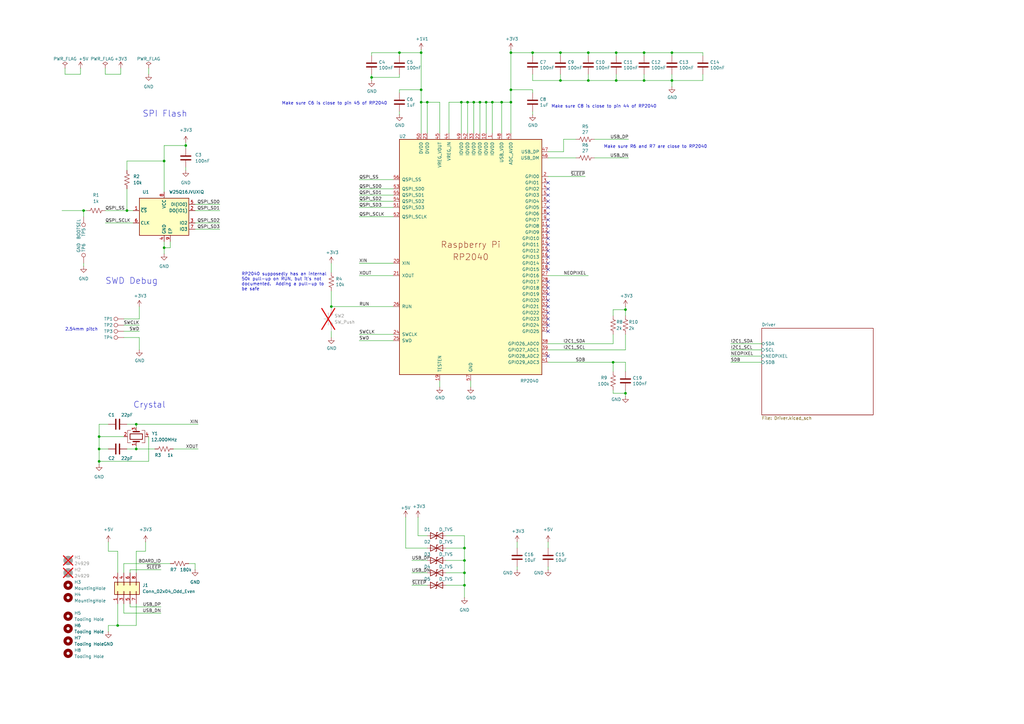
<source format=kicad_sch>
(kicad_sch (version 20231120) (generator "eeschema") (generator_version "8.0")
  (paper "A3")
  (title_block (title "LED Matrix Input Module") (date "2022-12-18") (company "Framework Computer Inc") (comment 1 "This work is licensed under a Creative Commons Attribution 4.0 International License") (comment 2 "https://github.com/FrameworkComputer/InputModules") (comment 3 "https://frame.work"))
  (junction (at 218.44 21.59))
  (junction (at 209.55 36.83))
  (junction (at 256.54 161.29))
  (junction (at 172.72 21.59))
  (junction (at 190.5 240.03))
  (junction (at 52.07 86.36))
  (junction (at 67.31 101.6))
  (junction (at 175.26 41.91))
  (junction (at 67.31 66.04))
  (junction (at 40.64 184.15))
  (junction (at 252.73 21.59))
  (junction (at 189.23 41.91))
  (junction (at 172.72 36.83))
  (junction (at 135.89 125.73))
  (junction (at 40.64 179.07))
  (junction (at 264.16 21.59))
  (junction (at 55.88 184.15))
  (junction (at 205.74 41.91))
  (junction (at 264.16 33.02))
  (junction (at 191.77 41.91))
  (junction (at 256.54 127))
  (junction (at 275.59 33.02))
  (junction (at 196.85 41.91))
  (junction (at 40.64 189.23))
  (junction (at 229.87 33.02))
  (junction (at 190.5 229.87))
  (junction (at 190.5 234.95))
  (junction (at 209.55 41.91))
  (junction (at 241.3 33.02))
  (junction (at 252.73 33.02))
  (junction (at 55.88 173.99))
  (junction (at 199.39 41.91))
  (junction (at 275.59 21.59))
  (junction (at 190.5 224.79))
  (junction (at 172.72 41.91))
  (junction (at 201.93 41.91))
  (junction (at 163.83 21.59))
  (junction (at 209.55 21.59))
  (junction (at 48.26 256.54))
  (junction (at 229.87 21.59))
  (junction (at 34.29 86.36))
  (junction (at 194.31 41.91))
  (junction (at 152.4 31.75))
  (junction (at 241.3 21.59))
  (junction (at 251.46 148.59))
  (junction (at 76.2 59.69))
  (no_connect (at 224.79 110.49))
  (no_connect (at 224.79 120.65))
  (no_connect (at 224.79 90.17))
  (no_connect (at 224.79 97.79))
  (no_connect (at 224.79 82.55))
  (no_connect (at 224.79 115.57))
  (no_connect (at 224.79 128.27))
  (no_connect (at 224.79 135.89))
  (no_connect (at 224.79 100.33))
  (no_connect (at 224.79 118.11))
  (no_connect (at 224.79 107.95))
  (no_connect (at 224.79 74.93))
  (no_connect (at 224.79 133.35))
  (no_connect (at 224.79 85.09))
  (no_connect (at 224.79 123.19))
  (no_connect (at 224.79 77.47))
  (no_connect (at 224.79 105.41))
  (no_connect (at 224.79 130.81))
  (no_connect (at 224.79 95.25))
  (no_connect (at 224.79 102.87))
  (no_connect (at 224.79 92.71))
  (no_connect (at 224.79 80.01))
  (no_connect (at 224.79 125.73))
  (no_connect (at 224.79 87.63))
  (no_connect (at 224.79 146.05))
  (wire (pts (xy 275.59 30.48) (xy 275.59 33.02)))
  (wire (pts (xy 55.88 256.54) (xy 48.26 256.54)))
  (wire (pts (xy 163.83 38.1) (xy 163.83 36.83)))
  (wire (pts (xy 44.45 173.99) (xy 40.64 173.99)))
  (wire (pts (xy 182.88 234.95) (xy 190.5 234.95)))
  (wire (pts (xy 80.01 231.14) (xy 80.01 233.68)))
  (wire (pts (xy 168.91 240.03) (xy 175.26 240.03)))
  (wire (pts (xy 229.87 33.02) (xy 218.44 33.02)))
  (wire (pts (xy 80.01 93.98) (xy 90.17 93.98)))
  (wire (pts (xy 80.01 86.36) (xy 90.17 86.36)))
  (wire (pts (xy 40.64 173.99) (xy 40.64 179.07)))
  (wire (pts (xy 251.46 129.54) (xy 251.46 127)))
  (wire (pts (xy 288.29 30.48) (xy 288.29 33.02)))
  (wire (pts (xy 147.32 107.95) (xy 161.29 107.95)))
  (wire (pts (xy 33.02 30.48) (xy 26.67 30.48)))
  (wire (pts (xy 241.3 21.59) (xy 252.73 21.59)))
  (wire (pts (xy 57.15 138.43) (xy 57.15 143.51)))
  (wire (pts (xy 224.79 62.23) (xy 231.14 62.23)))
  (wire (pts (xy 33.02 27.94) (xy 33.02 30.48)))
  (wire (pts (xy 163.83 31.75) (xy 163.83 30.48)))
  (wire (pts (xy 172.72 36.83) (xy 172.72 41.91)))
  (wire (pts (xy 163.83 21.59) (xy 172.72 21.59)))
  (wire (pts (xy 224.79 143.51) (xy 256.54 143.51)))
  (wire (pts (xy 224.79 72.39) (xy 240.03 72.39)))
  (wire (pts (xy 60.96 27.94) (xy 60.96 30.48)))
  (wire (pts (xy 193.04 156.21) (xy 193.04 158.75)))
  (wire (pts (xy 229.87 21.59) (xy 241.3 21.59)))
  (wire (pts (xy 168.91 234.95) (xy 175.26 234.95)))
  (wire (pts (xy 53.34 233.68) (xy 66.04 233.68)))
  (wire (pts (xy 147.32 82.55) (xy 161.29 82.55)))
  (wire (pts (xy 209.55 41.91) (xy 209.55 54.61)))
  (wire (pts (xy 264.16 33.02) (xy 252.73 33.02)))
  (wire (pts (xy 80.01 91.44) (xy 90.17 91.44)))
  (wire (pts (xy 60.96 189.23) (xy 40.64 189.23)))
  (wire (pts (xy 190.5 234.95) (xy 190.5 240.03)))
  (wire (pts (xy 147.32 85.09) (xy 161.29 85.09)))
  (wire (pts (xy 256.54 161.29) (xy 256.54 160.02)))
  (wire (pts (xy 163.83 45.72) (xy 163.83 46.99)))
  (wire (pts (xy 44.45 256.54) (xy 44.45 259.08)))
  (wire (pts (xy 57.15 135.89) (xy 50.8 135.89)))
  (wire (pts (xy 152.4 31.75) (xy 163.83 31.75)))
  (wire (pts (xy 50.8 138.43) (xy 57.15 138.43)))
  (wire (pts (xy 275.59 33.02) (xy 275.59 35.56)))
  (wire (pts (xy 43.18 86.36) (xy 52.07 86.36)))
  (wire (pts (xy 172.72 20.32) (xy 172.72 21.59)))
  (wire (pts (xy 50.8 130.81) (xy 57.15 130.81)))
  (wire (pts (xy 53.34 234.95) (xy 53.34 233.68)))
  (wire (pts (xy 190.5 240.03) (xy 190.5 245.11)))
  (wire (pts (xy 180.34 54.61) (xy 180.34 41.91)))
  (wire (pts (xy 256.54 148.59) (xy 256.54 152.4)))
  (wire (pts (xy 152.4 22.86) (xy 152.4 21.59)))
  (wire (pts (xy 218.44 30.48) (xy 218.44 33.02)))
  (wire (pts (xy 71.12 184.15) (xy 81.28 184.15)))
  (wire (pts (xy 172.72 21.59) (xy 172.72 36.83)))
  (wire (pts (xy 76.2 59.69) (xy 67.31 59.69)))
  (wire (pts (xy 194.31 41.91) (xy 196.85 41.91)))
  (wire (pts (xy 161.29 73.66) (xy 147.32 73.66)))
  (wire (pts (xy 55.88 184.15) (xy 55.88 182.88)))
  (wire (pts (xy 231.14 57.15) (xy 236.22 57.15)))
  (wire (pts (xy 67.31 66.04) (xy 67.31 78.74)))
  (wire (pts (xy 48.26 256.54) (xy 44.45 256.54)))
  (wire (pts (xy 190.5 229.87) (xy 190.5 234.95)))
  (wire (pts (xy 218.44 21.59) (xy 229.87 21.59)))
  (wire (pts (xy 212.09 232.41) (xy 212.09 233.68)))
  (wire (pts (xy 182.88 229.87) (xy 190.5 229.87)))
  (wire (pts (xy 25.4 86.36) (xy 34.29 86.36)))
  (wire (pts (xy 172.72 41.91) (xy 172.72 54.61)))
  (wire (pts (xy 48.26 226.06) (xy 44.45 226.06)))
  (wire (pts (xy 252.73 30.48) (xy 252.73 33.02)))
  (wire (pts (xy 57.15 125.73) (xy 57.15 130.81)))
  (wire (pts (xy 43.18 91.44) (xy 54.61 91.44)))
  (wire (pts (xy 182.88 240.03) (xy 190.5 240.03)))
  (wire (pts (xy 209.55 21.59) (xy 218.44 21.59)))
  (wire (pts (xy 299.72 140.97) (xy 312.42 140.97)))
  (wire (pts (xy 243.84 57.15) (xy 257.81 57.15)))
  (wire (pts (xy 40.64 189.23) (xy 40.64 190.5)))
  (wire (pts (xy 299.72 143.51) (xy 312.42 143.51)))
  (wire (pts (xy 147.32 77.47) (xy 161.29 77.47)))
  (wire (pts (xy 224.79 222.25) (xy 224.79 224.79)))
  (wire (pts (xy 55.88 226.06) (xy 59.69 226.06)))
  (wire (pts (xy 34.29 107.95) (xy 34.29 109.22)))
  (wire (pts (xy 161.29 113.03) (xy 147.32 113.03)))
  (wire (pts (xy 48.26 247.65) (xy 48.26 256.54)))
  (wire (pts (xy 161.29 88.9) (xy 147.32 88.9)))
  (wire (pts (xy 205.74 41.91) (xy 209.55 41.91)))
  (wire (pts (xy 135.89 107.95) (xy 135.89 111.76)))
  (wire (pts (xy 171.45 212.09) (xy 171.45 219.71)))
  (wire (pts (xy 251.46 148.59) (xy 251.46 152.4)))
  (wire (pts (xy 252.73 21.59) (xy 264.16 21.59)))
  (wire (pts (xy 166.37 224.79) (xy 175.26 224.79)))
  (wire (pts (xy 147.32 80.01) (xy 161.29 80.01)))
  (wire (pts (xy 196.85 41.91) (xy 199.39 41.91)))
  (wire (pts (xy 196.85 54.61) (xy 196.85 41.91)))
  (wire (pts (xy 52.07 66.04) (xy 67.31 66.04)))
  (wire (pts (xy 209.55 21.59) (xy 209.55 36.83)))
  (wire (pts (xy 26.67 30.48) (xy 26.67 27.94)))
  (wire (pts (xy 50.8 247.65) (xy 50.8 251.46)))
  (wire (pts (xy 275.59 21.59) (xy 288.29 21.59)))
  (wire (pts (xy 243.84 64.77) (xy 257.81 64.77)))
  (wire (pts (xy 264.16 30.48) (xy 264.16 33.02)))
  (wire (pts (xy 201.93 41.91) (xy 205.74 41.91)))
  (wire (pts (xy 194.31 54.61) (xy 194.31 41.91)))
  (wire (pts (xy 251.46 148.59) (xy 256.54 148.59)))
  (wire (pts (xy 218.44 22.86) (xy 218.44 21.59)))
  (wire (pts (xy 256.54 127) (xy 256.54 129.54)))
  (wire (pts (xy 55.88 173.99) (xy 55.88 175.26)))
  (wire (pts (xy 163.83 36.83) (xy 172.72 36.83)))
  (wire (pts (xy 34.29 86.36) (xy 34.29 88.9)))
  (wire (pts (xy 299.72 146.05) (xy 312.42 146.05)))
  (wire (pts (xy 50.8 231.14) (xy 69.85 231.14)))
  (wire (pts (xy 67.31 59.69) (xy 67.31 66.04)))
  (wire (pts (xy 53.34 248.92) (xy 66.04 248.92)))
  (wire (pts (xy 205.74 54.61) (xy 205.74 41.91)))
  (wire (pts (xy 229.87 30.48) (xy 229.87 33.02)))
  (wire (pts (xy 163.83 22.86) (xy 163.83 21.59)))
  (wire (pts (xy 275.59 22.86) (xy 275.59 21.59)))
  (wire (pts (xy 60.96 179.07) (xy 60.96 189.23)))
  (wire (pts (xy 288.29 21.59) (xy 288.29 22.86)))
  (wire (pts (xy 184.15 41.91) (xy 189.23 41.91)))
  (wire (pts (xy 180.34 156.21) (xy 180.34 158.75)))
  (wire (pts (xy 175.26 219.71) (xy 171.45 219.71)))
  (wire (pts (xy 241.3 30.48) (xy 241.3 33.02)))
  (wire (pts (xy 199.39 54.61) (xy 199.39 41.91)))
  (wire (pts (xy 182.88 224.79) (xy 190.5 224.79)))
  (wire (pts (xy 256.54 127) (xy 256.54 125.73)))
  (wire (pts (xy 191.77 54.61) (xy 191.77 41.91)))
  (wire (pts (xy 50.8 234.95) (xy 50.8 231.14)))
  (wire (pts (xy 166.37 224.79) (xy 166.37 212.09)))
  (wire (pts (xy 224.79 64.77) (xy 236.22 64.77)))
  (wire (pts (xy 275.59 33.02) (xy 264.16 33.02)))
  (wire (pts (xy 135.89 135.89) (xy 135.89 138.43)))
  (wire (pts (xy 77.47 231.14) (xy 80.01 231.14)))
  (wire (pts (xy 264.16 22.86) (xy 264.16 21.59)))
  (wire (pts (xy 264.16 21.59) (xy 275.59 21.59)))
  (wire (pts (xy 224.79 148.59) (xy 251.46 148.59)))
  (wire (pts (xy 135.89 125.73) (xy 161.29 125.73)))
  (wire (pts (xy 251.46 160.02) (xy 251.46 161.29)))
  (wire (pts (xy 224.79 232.41) (xy 224.79 233.68)))
  (wire (pts (xy 69.85 101.6) (xy 67.31 101.6)))
  (wire (pts (xy 252.73 22.86) (xy 252.73 21.59)))
  (wire (pts (xy 67.31 104.14) (xy 67.31 101.6)))
  (wire (pts (xy 40.64 179.07) (xy 50.8 179.07)))
  (wire (pts (xy 209.55 36.83) (xy 209.55 41.91)))
  (wire (pts (xy 40.64 184.15) (xy 44.45 184.15)))
  (wire (pts (xy 252.73 33.02) (xy 241.3 33.02)))
  (wire (pts (xy 52.07 77.47) (xy 52.07 86.36)))
  (wire (pts (xy 152.4 31.75) (xy 152.4 33.02)))
  (wire (pts (xy 59.69 222.25) (xy 59.69 226.06)))
  (wire (pts (xy 43.18 30.48) (xy 43.18 27.94)))
  (wire (pts (xy 76.2 68.58) (xy 76.2 69.85)))
  (wire (pts (xy 218.44 45.72) (xy 218.44 46.99)))
  (wire (pts (xy 49.53 30.48) (xy 43.18 30.48)))
  (wire (pts (xy 224.79 140.97) (xy 251.46 140.97)))
  (wire (pts (xy 190.5 224.79) (xy 190.5 229.87)))
  (wire (pts (xy 168.91 229.87) (xy 175.26 229.87)))
  (wire (pts (xy 241.3 33.02) (xy 229.87 33.02)))
  (wire (pts (xy 53.34 247.65) (xy 53.34 248.92)))
  (wire (pts (xy 201.93 41.91) (xy 201.93 54.61)))
  (wire (pts (xy 161.29 137.16) (xy 147.32 137.16)))
  (wire (pts (xy 80.01 83.82) (xy 90.17 83.82)))
  (wire (pts (xy 209.55 36.83) (xy 218.44 36.83)))
  (wire (pts (xy 190.5 219.71) (xy 190.5 224.79)))
  (wire (pts (xy 180.34 41.91) (xy 175.26 41.91)))
  (wire (pts (xy 182.88 219.71) (xy 190.5 219.71)))
  (wire (pts (xy 135.89 119.38) (xy 135.89 125.73)))
  (wire (pts (xy 34.29 86.36) (xy 35.56 86.36)))
  (wire (pts (xy 55.88 173.99) (xy 81.28 173.99)))
  (wire (pts (xy 189.23 41.91) (xy 191.77 41.91)))
  (wire (pts (xy 40.64 184.15) (xy 40.64 189.23)))
  (wire (pts (xy 251.46 137.16) (xy 251.46 140.97)))
  (wire (pts (xy 55.88 226.06) (xy 55.88 234.95)))
  (wire (pts (xy 52.07 184.15) (xy 55.88 184.15)))
  (wire (pts (xy 231.14 57.15) (xy 231.14 62.23)))
  (wire (pts (xy 175.26 54.61) (xy 175.26 41.91)))
  (wire (pts (xy 256.54 161.29) (xy 256.54 162.56)))
  (wire (pts (xy 251.46 161.29) (xy 256.54 161.29)))
  (wire (pts (xy 251.46 127) (xy 256.54 127)))
  (wire (pts (xy 288.29 33.02) (xy 275.59 33.02)))
  (wire (pts (xy 212.09 222.25) (xy 212.09 224.79)))
  (wire (pts (xy 209.55 20.32) (xy 209.55 21.59)))
  (wire (pts (xy 55.88 184.15) (xy 63.5 184.15)))
  (wire (pts (xy 241.3 22.86) (xy 241.3 21.59)))
  (wire (pts (xy 175.26 41.91) (xy 172.72 41.91)))
  (wire (pts (xy 224.79 113.03) (xy 241.3 113.03)))
  (wire (pts (xy 50.8 133.35) (xy 57.15 133.35)))
  (wire (pts (xy 191.77 41.91) (xy 194.31 41.91)))
  (wire (pts (xy 52.07 69.85) (xy 52.07 66.04)))
  (wire (pts (xy 40.64 179.07) (xy 40.64 184.15)))
  (wire (pts (xy 161.29 139.7) (xy 147.32 139.7)))
  (wire (pts (xy 189.23 54.61) (xy 189.23 41.91)))
  (wire (pts (xy 229.87 22.86) (xy 229.87 21.59)))
  (wire (pts (xy 55.88 247.65) (xy 55.88 256.54)))
  (wire (pts (xy 152.4 30.48) (xy 152.4 31.75)))
  (wire (pts (xy 49.53 27.94) (xy 49.53 30.48)))
  (wire (pts (xy 50.8 251.46) (xy 66.04 251.46)))
  (wire (pts (xy 48.26 234.95) (xy 48.26 226.06)))
  (wire (pts (xy 67.31 101.6) (xy 67.31 99.06)))
  (wire (pts (xy 52.07 86.36) (xy 54.61 86.36)))
  (wire (pts (xy 199.39 41.91) (xy 201.93 41.91)))
  (wire (pts (xy 76.2 58.42) (xy 76.2 59.69)))
  (wire (pts (xy 152.4 21.59) (xy 163.83 21.59)))
  (wire (pts (xy 52.07 173.99) (xy 55.88 173.99)))
  (wire (pts (xy 299.72 148.59) (xy 312.42 148.59)))
  (wire (pts (xy 44.45 222.25) (xy 44.45 226.06)))
  (wire (pts (xy 76.2 59.69) (xy 76.2 60.96)))
  (wire (pts (xy 69.85 99.06) (xy 69.85 101.6)))
  (wire (pts (xy 256.54 137.16) (xy 256.54 143.51)))
  (wire (pts (xy 184.15 54.61) (xy 184.15 41.91)))
  (wire (pts (xy 218.44 38.1) (xy 218.44 36.83)))
  (text "Make sure C8 is close to pin 44 of RP2040" (at 226.06 44.45 0) (effects (font (size 1.27 1.27)) (justify left bottom)))
  (text "Crystal" (at 54.61 167.64 0) (effects (font (size 2.54 2.54)) (justify left bottom)))
  (text "2.54mm pitch" (at 26.67 135.89 0) (effects (font (size 1.27 1.27)) (justify left bottom)))
  (text "SPI Flash" (at 58.42 48.26 0) (effects (font (size 2.54 2.54)) (justify left bottom)))
  (text "RP2040 supposedly has an internal \n50k pull-up on RUN, but it's not\ndocumented.  Adding a pull-up to\nbe safe" (at 99.06 119.38 0) (effects (font (size 1.27 1.27)) (justify left bottom)))
  (text "SWD Debug\n" (at 43.18 116.84 0) (effects (font (size 2.54 2.54)) (justify left bottom)))
  (text "Make sure R6 and R7 are close to RP2040" (at 247.65 60.96 0) (effects (font (size 1.27 1.27)) (justify left bottom)))
  (text "Make sure C6 is close to pin 45 of RP2040" (at 115.57 43.18 0) (effects (font (size 1.27 1.27)) (justify left bottom)))
  (label "XOUT" (at 81.28 184.15 180))
  (label "I2C1_SCL" (at 240.03 143.51 180))
  (label "~{SLEEP}" (at 240.03 72.39 180))
  (label "XIN" (at 81.28 173.99 180))
  (label "USB_DP" (at 66.04 248.92 180))
  (label "USB_DN" (at 168.91 234.95 0))
  (label "~{SLEEP}" (at 66.04 233.68 180))
  (label "USB_DN" (at 66.04 251.46 180))
  (label "QSPI_SD1" (at 147.32 80.01 0))
  (label "I2C1_SDA" (at 240.03 140.97 180))
  (label "QSPI_SD2" (at 90.17 91.44 180))
  (label "SDB" (at 299.72 148.59 0))
  (label "XIN" (at 147.32 107.95 0))
  (label "QSPI_SD0" (at 90.17 83.82 180))
  (label "SWD" (at 147.32 139.7 0))
  (label "I2C1_SCL" (at 299.72 143.51 0))
  (label "I2C1_SDA" (at 299.72 140.97 0))
  (label "QSPI_SCLK" (at 43.18 91.44 0))
  (label "BOARD_ID" (at 66.04 231.14 180))
  (label "QSPI_SCLK" (at 147.32 88.9 0))
  (label "USB_DP" (at 168.91 229.87 0))
  (label "~{SLEEP}" (at 168.91 240.03 0))
  (label "SWCLK" (at 57.15 133.35 180))
  (label "SWD" (at 57.15 135.89 180))
  (label "NEOPIXEL" (at 299.72 146.05 0))
  (label "SWCLK" (at 147.32 137.16 0))
  (label "QSPI_SD3" (at 90.17 93.98 180))
  (label "QSPI_SS" (at 43.18 86.36 0))
  (label "USB_DN" (at 257.81 64.77 180))
  (label "SDB" (at 240.03 148.59 180))
  (label "RUN" (at 147.32 125.73 0))
  (label "NEOPIXEL" (at 231.14 113.03 0))
  (label "XOUT" (at 147.32 113.03 0))
  (label "QSPI_SD2" (at 147.32 82.55 0))
  (label "QSPI_SD0" (at 147.32 77.47 0))
  (label "QSPI_SD1" (at 90.17 86.36 180))
  (label "QSPI_SS" (at 147.32 73.66 0))
  (label "USB_DP" (at 257.81 57.15 180))
  (label "QSPI_SD3" (at 147.32 85.09 0))
  (symbol (lib_id "power:GND") (at 218.44 46.99 0) (unit 1)
    (property "Reference" "#PWR022" (effects (hide yes)))
    (property "Value" "GND" (at 218.567 51.3842 0))
    (property "Description" "Power symbol creates a global label with name \"GND\" , ground" (effects (hide yes)))
  )
  (symbol (lib_id "Device:D_TVS") (at 179.07 224.79 0) (unit 1)
    (property "Reference" "D2" (at 175.26 222.25 0))
    (property "Value" "D_TVS" (at 182.88 222.25 0))
    (property "Footprint" "Diode_SMD:D_0402_1005Metric" (effects (hide yes)))
    (property "Description" "Bidirectional transient-voltage-suppression diode" (effects (hide yes)))
    (property "Digikey" "F9744CT-ND" (effects (hide yes)))
    (property "LCSC" "C468904" (effects (hide yes)))
  )
  (symbol (lib_id "power:GND") (at 60.96 30.48 0) (unit 1)
    (property "Reference" "#PWR0103" (effects (hide yes)))
    (property "Value" "GND" (at 60.96 35.56 0))
    (property "Description" "Power symbol creates a global label with name \"GND\" , ground" (effects (hide yes)))
  )
  (symbol (lib_id "power:GND") (at 180.34 158.75 0) (unit 1)
    (property "Reference" "#PWR018" (effects (hide yes)))
    (property "Value" "GND" (at 180.467 163.1442 0))
    (property "Description" "Power symbol creates a global label with name \"GND\" , ground" (effects (hide yes)))
  )
  (symbol (lib_id "power:GND") (at 44.45 259.08 0) (unit 1)
    (property "Reference" "#PWR035" (effects (hide yes)))
    (property "Value" "GND" (at 44.45 264.16 0))
    (property "Description" "Power symbol creates a global label with name \"GND\" , ground" (effects (hide yes)))
  )
  (symbol (lib_id "power:GND") (at 34.29 109.22 0) (unit 1)
    (property "Reference" "#PWR050" (effects (hide yes)))
    (property "Value" "GND" (at 34.29 114.3 0))
    (property "Description" "Power symbol creates a global label with name \"GND\" , ground" (effects (hide yes)))
  )
  (symbol (lib_id "Device:D_TVS") (at 179.07 229.87 0) (unit 1)
    (property "Reference" "D3" (at 175.26 227.33 0))
    (property "Value" "D_TVS" (at 182.88 227.33 0))
    (property "Footprint" "Diode_SMD:D_0402_1005Metric" (effects (hide yes)))
    (property "Description" "Bidirectional transient-voltage-suppression diode" (effects (hide yes)))
    (property "Digikey" "F9744CT-ND" (effects (hide yes)))
    (property "LCSC" "C468904" (effects (hide yes)))
  )
  (symbol (lib_id "Mechanical:MountingHole") (at 27.94 234.95 0) (unit 1) (dnp yes)
    (property "Reference" "H2" (at 30.48 233.68 0) (effects (justify left)))
    (property "Value" "24929" (at 30.48 236.22 0) (effects (justify left)))
    (property "Footprint" "InputModule:MountingHole_3.7mm_Pad_24929" (effects (hide yes)))
    (property "Description" "Mounting Hole without connection" (effects (hide yes)))
    (property "LCSC" "C5354888" (effects (hide yes)))
    (property "Digikey" "36-24929CT-ND" (effects (hide yes)))
    (property "MANUFACTURER" "Keystone" (effects (hide yes)))
    (property "MP" "24929" (effects (hide yes)))
  )
  (symbol (lib_id "power:GND") (at 190.5 245.11 0) (unit 1)
    (property "Reference" "#PWR019" (effects (hide yes)))
    (property "Value" "GND" (at 190.5 250.19 0))
    (property "Description" "Power symbol creates a global label with name \"GND\" , ground" (effects (hide yes)))
  )
  (symbol (lib_id "Device:R_US") (at 39.37 86.36 90) (unit 1)
    (property "Reference" "R1" (at 39.37 80.01 90))
    (property "Value" "1k" (at 39.37 82.55 90))
    (property "Footprint" "Resistor_SMD:R_0402_1005Metric" (effects (hide yes)))
    (property "Description" "Resistor, US symbol" (effects (hide yes)))
    (property "LCSC" "C11702" (effects (hide yes)))
    (property "Digikey" "311-1.00KLRCT-ND" (effects (hide yes)))
    (property "MANUFACTURER" "Yageo" (effects (hide yes)))
    (property "MP" "RC0402FR-071KL" (effects (hide yes)))
  )
  (symbol (lib_id "power:GND") (at 256.54 162.56 0) (unit 1)
    (property "Reference" "#PWR024" (effects (hide yes)))
    (property "Value" "GND" (at 252.73 163.83 0))
    (property "Description" "Power symbol creates a global label with name \"GND\" , ground" (effects (hide yes)))
  )
  (symbol (lib_id "power:+1V1") (at 172.72 20.32 0) (unit 1)
    (property "Reference" "#PWR017" (effects (hide yes)))
    (property "Value" "+1V1" (at 173.101 15.9258 0))
    (property "Description" "Power symbol creates a global label with name \"+1V1\"" (effects (hide yes)))
  )
  (symbol (lib_id "Mechanical:MountingHole") (at 27.94 257.81 0) (unit 1) (in_bom no)
    (property "Reference" "H6" (at 30.48 256.54 0) (effects (justify left)))
    (property "Value" "Tooling Hole" (at 30.48 259.08 0) (effects (justify left)))
    (property "Footprint" "LEDMatrix:JLCPCB Tooling Hole" (effects (hide yes)))
    (property "Description" "Mounting Hole without connection" (effects (hide yes)))
  )
  (symbol (lib_id "power:GND") (at 67.31 104.14 0) (unit 1)
    (property "Reference" "#PWR02" (effects (hide yes)))
    (property "Value" "GND" (at 67.31 109.22 0))
    (property "Description" "Power symbol creates a global label with name \"GND\" , ground" (effects (hide yes)))
  )
  (symbol (lib_id "InputModule:W25Q16JVUX") (at 67.31 88.9 0) (unit 1)
    (property "Reference" "U1" (at 58.42 78.74 0) (effects (justify left)))
    (property "Value" "W25Q16JVUXIQ " (at 69.3294 78.74 0) (effects (justify left)))
    (property "Footprint" "InputModule:SON-8-1EP_3x2mm_P0.5mm_EP0.2x1.6mm" (effects (hide yes)))
    (property "Datasheet" "https://www.winbond.com/resource-files/w25q16jv%20spi%20revh%2004082019%20plus.pdf" (effects (hide yes)))
    (property "Description" "16Mb Serial Flash Memory, Standard/Dual/Quad SPI, USON-8" (effects (hide yes)))
    (property "LCSC" "C2843335" (effects (hide yes)))
    (property "Digikey" "256-W25Q16JVUXIQTRCT-ND" (effects (hide yes)))
    (property "MANUFACTURER" "Winbond" (effects (hide yes)))
    (property "MP" "W25Q16JVUXIQ" (effects (hide yes)))
  )
  (symbol (lib_id "Device:C") (at 275.59 26.67 0) (unit 1)
    (property "Reference" "C13" (at 278.511 25.5016 0) (effects (justify left)))
    (property "Value" "100nF" (at 278.511 27.813 0) (effects (justify left)))
    (property "Footprint" "Capacitor_SMD:C_0402_1005Metric" (effects (hide yes)))
    (property "Description" "Unpolarized capacitor" (effects (hide yes)))
    (property "Digikey" "1276-1001-1-ND" (effects (hide yes)))
    (property "LCSC" "C1525" (effects (hide yes)))
  )
  (symbol (lib_id "Device:Crystal_GND24") (at 55.88 179.07 90) (unit 1)
    (property "Reference" "Y1" (at 63.5 177.8 90))
    (property "Value" "12.000MHz" (at 67.31 180.34 90))
    (property "Footprint" "Crystal:Crystal_SMD_3225-4Pin_3.2x2.5mm" (effects (hide yes)))
    (property "Description" "Four pin crystal, GND on pins 2 and 4" (effects (hide yes)))
    (property "LCSC" "C9002" (effects (hide yes)))
    (property "Digikey" "535-10261-1-ND" (effects (hide yes)))
    (property "MANUFACTURER" "Abracon" (effects (hide yes)))
    (property "MP" "ABM8G-12.000MHZ-18-D2Y-T" (effects (hide yes)))
    (property "LCSC Alt" "C5360391" (effects (hide yes)))
  )
  (symbol (lib_id "Device:C") (at 212.09 228.6 0) (unit 1)
    (property "Reference" "C16" (at 215.011 227.4316 0) (effects (justify left)))
    (property "Value" "10uF" (at 215.011 229.743 0) (effects (justify left)))
    (property "Footprint" "Capacitor_SMD:C_0603_1608Metric" (effects (hide yes)))
    (property "Description" "Unpolarized capacitor" (effects (hide yes)))
    (property "Digikey" "1276-1869-1-ND" (effects (hide yes)))
    (property "LCSC" "C96446" (effects (hide yes)))
  )
  (symbol (lib_id "power:+5V") (at 224.79 222.25 0) (unit 1)
    (property "Reference" "#PWR032" (effects (hide yes)))
    (property "Value" "+5V" (at 224.79 217.17 0))
    (property "Description" "Power symbol creates a global label with name \"+5V\"" (effects (hide yes)))
  )
  (symbol (lib_id "Device:R_US") (at 251.46 133.35 0) (unit 1)
    (property "Reference" "R8" (at 252.73 132.08 0) (effects (justify left)))
    (property "Value" "2k" (at 252.73 134.62 0) (effects (justify left)))
    (property "Footprint" "Resistor_SMD:R_0402_1005Metric" (effects (hide yes)))
    (property "Description" "Resistor, US symbol" (effects (hide yes)))
    (property "LCSC" "C4109" (effects (hide yes)))
  )
  (symbol (lib_id "Device:C") (at 288.29 26.67 0) (unit 1)
    (property "Reference" "C14" (at 291.211 25.5016 0) (effects (justify left)))
    (property "Value" "100nF" (at 291.211 27.813 0) (effects (justify left)))
    (property "Footprint" "Capacitor_SMD:C_0402_1005Metric" (effects (hide yes)))
    (property "Description" "Unpolarized capacitor" (effects (hide yes)))
    (property "Digikey" "1276-1001-1-ND" (effects (hide yes)))
    (property "LCSC" "C1525" (effects (hide yes)))
  )
  (symbol (lib_id "power:+5V") (at 166.37 212.09 0) (unit 1)
    (property "Reference" "#PWR016" (effects (hide yes)))
    (property "Value" "+5V" (at 166.37 208.28 0))
    (property "Description" "Power symbol creates a global label with name \"+5V\"" (effects (hide yes)))
  )
  (symbol (lib_id "power:+3V3") (at 49.53 27.94 0) (unit 1)
    (property "Reference" "#PWR0102" (effects (hide yes)))
    (property "Value" "+3V3" (at 49.53 24.13 0))
    (property "Description" "Power symbol creates a global label with name \"+3V3\"" (effects (hide yes)))
  )
  (symbol (lib_id "Connector:TestPoint") (at 50.8 130.81 90) (unit 1) (in_bom no)
    (property "Reference" "TP1" (at 44.45 130.81 90))
    (property "Value" "TestPoint" (effects (hide yes)))
    (property "Footprint" "TestPoint:TestPoint_Pad_D1.0mm" (effects (hide yes)))
    (property "Description" "test point" (effects (hide yes)))
  )
  (symbol (lib_id "Device:C") (at 256.54 156.21 0) (unit 1)
    (property "Reference" "C19" (at 259.461 155.0416 0) (effects (justify left)))
    (property "Value" "100nF" (at 259.461 157.353 0) (effects (justify left)))
    (property "Footprint" "Capacitor_SMD:C_0402_1005Metric" (effects (hide yes)))
    (property "Description" "Unpolarized capacitor" (effects (hide yes)))
    (property "Digikey" "1276-1001-1-ND" (effects (hide yes)))
    (property "LCSC" "C1525" (effects (hide yes)))
  )
  (symbol (lib_id "power:GND") (at 40.64 190.5 0) (unit 1)
    (property "Reference" "#PWR08" (effects (hide yes)))
    (property "Value" "GND" (at 40.64 195.58 0))
    (property "Description" "Power symbol creates a global label with name \"GND\" , ground" (effects (hide yes)))
  )
  (symbol (lib_id "power:GND") (at 80.01 233.68 0) (unit 1)
    (property "Reference" "#PWR037" (effects (hide yes)))
    (property "Value" "GND" (at 80.01 238.76 0))
    (property "Description" "Power symbol creates a global label with name \"GND\" , ground" (effects (hide yes)))
  )
  (symbol (lib_id "Device:C") (at 152.4 26.67 0) (unit 1)
    (property "Reference" "C4" (at 155.321 25.5016 0) (effects (justify left)))
    (property "Value" "100nF" (at 155.321 27.813 0) (effects (justify left)))
    (property "Footprint" "Capacitor_SMD:C_0402_1005Metric" (effects (hide yes)))
    (property "Description" "Unpolarized capacitor" (effects (hide yes)))
    (property "Digikey" "1276-1001-1-ND" (effects (hide yes)))
    (property "LCSC" "C1525" (effects (hide yes)))
  )
  (symbol (lib_id "Device:C") (at 48.26 173.99 90) (unit 1)
    (property "Reference" "C1" (at 45.72 170.18 90))
    (property "Value" "22pF" (at 52.07 170.18 90))
    (property "Footprint" "Capacitor_SMD:C_0402_1005Metric" (effects (hide yes)))
    (property "Description" "Unpolarized capacitor" (effects (hide yes)))
    (property "LCSC" "C1555" (effects (hide yes)))
    (property "MANUFACTURER" "Murata" (effects (hide yes)))
    (property "MP" " GRM1555C1H150JA01D    " (effects (hide yes)))
    (property "Digikey" "490-5888-1-ND" (effects (hide yes)))
    (property "LCSC Alt" "C1548" (effects (hide yes)))
  )
  (symbol (lib_id "Connector:TestPoint") (at 34.29 88.9 180) (unit 1) (in_bom no)
    (property "Reference" "TP5" (at 34.29 95.25 90))
    (property "Value" "BOOTSEL" (at 32.258 93.98 90))
    (property "Footprint" "TestPoint:TestPoint_Pad_D1.0mm" (effects (hide yes)))
    (property "Description" "test point" (effects (hide yes)))
  )
  (symbol (lib_id "Device:D_TVS") (at 179.07 240.03 0) (unit 1)
    (property "Reference" "D5" (at 175.26 237.49 0))
    (property "Value" "D_TVS" (at 182.88 237.49 0))
    (property "Footprint" "Diode_SMD:D_0402_1005Metric" (effects (hide yes)))
    (property "Description" "Bidirectional transient-voltage-suppression diode" (effects (hide yes)))
    (property "Digikey" "F9744CT-ND" (effects (hide yes)))
    (property "LCSC" "C468904" (effects (hide yes)))
  )
  (symbol (lib_id "Device:C") (at 224.79 228.6 0) (unit 1)
    (property "Reference" "C15" (at 227.711 227.4316 0) (effects (justify left)))
    (property "Value" "10uF" (at 227.711 229.743 0) (effects (justify left)))
    (property "Footprint" "Capacitor_SMD:C_0603_1608Metric" (effects (hide yes)))
    (property "Description" "Unpolarized capacitor" (effects (hide yes)))
    (property "Digikey" "1276-1869-1-ND" (effects (hide yes)))
    (property "LCSC" "C96446" (effects (hide yes)))
  )
  (symbol (lib_id "power:+3V3") (at 76.2 58.42 0) (unit 1)
    (property "Reference" "#PWR09" (effects (hide yes)))
    (property "Value" "+3V3" (at 76.2 53.34 0))
    (property "Description" "Power symbol creates a global label with name \"+3V3\"" (effects (hide yes)))
  )
  (symbol (lib_id "power:GND") (at 275.59 35.56 0) (unit 1)
    (property "Reference" "#PWR025" (effects (hide yes)))
    (property "Value" "GND" (at 275.717 39.9542 0))
    (property "Description" "Power symbol creates a global label with name \"GND\" , ground" (effects (hide yes)))
  )
  (symbol (lib_id "power:+3V3") (at 171.45 212.09 0) (unit 1)
    (property "Reference" "#PWR015" (effects (hide yes)))
    (property "Value" "+3V3" (at 171.831 207.6958 0))
    (property "Description" "Power symbol creates a global label with name \"+3V3\"" (effects (hide yes)))
  )
  (symbol (lib_id "Device:C") (at 229.87 26.67 0) (unit 1)
    (property "Reference" "C9" (at 232.791 25.5016 0) (effects (justify left)))
    (property "Value" "100nF" (at 232.791 27.813 0) (effects (justify left)))
    (property "Footprint" "Capacitor_SMD:C_0402_1005Metric" (effects (hide yes)))
    (property "Description" "Unpolarized capacitor" (effects (hide yes)))
    (property "Digikey" "1276-1001-1-ND" (effects (hide yes)))
    (property "LCSC" "C1525" (effects (hide yes)))
  )
  (symbol (lib_id "Device:C") (at 218.44 26.67 0) (unit 1)
    (property "Reference" "C7" (at 221.361 25.5016 0) (effects (justify left)))
    (property "Value" "100nF" (at 221.361 27.813 0) (effects (justify left)))
    (property "Footprint" "Capacitor_SMD:C_0402_1005Metric" (effects (hide yes)))
    (property "Description" "Unpolarized capacitor" (effects (hide yes)))
    (property "Digikey" "1276-1001-1-ND" (effects (hide yes)))
    (property "LCSC" "C1525" (effects (hide yes)))
  )
  (symbol (lib_id "Device:R_US") (at 67.31 184.15 90) (unit 1)
    (property "Reference" "R3" (at 64.77 186.69 90))
    (property "Value" "1k" (at 69.85 186.69 90))
    (property "Footprint" "Resistor_SMD:R_0402_1005Metric" (effects (hide yes)))
    (property "Description" "Resistor, US symbol" (effects (hide yes)))
    (property "LCSC" "C11702" (effects (hide yes)))
    (property "Digikey" "311-1.00KLRCT-ND" (effects (hide yes)))
    (property "MANUFACTURER" "Yageo" (effects (hide yes)))
    (property "MP" "RC0402FR-071KL" (effects (hide yes)))
  )
  (symbol (lib_id "Connector:TestPoint") (at 34.29 107.95 0) (unit 1) (in_bom no)
    (property "Reference" "TP6" (at 34.29 101.6 90))
    (property "Value" "GND" (at 32.258 101.6 90))
    (property "Footprint" "TestPoint:TestPoint_Pad_D1.0mm" (effects (hide yes)))
    (property "Description" "test point" (effects (hide yes)))
  )
  (symbol (lib_id "power:GND") (at 76.2 69.85 0) (unit 1)
    (property "Reference" "#PWR010" (effects (hide yes)))
    (property "Value" "GND" (at 76.2 74.93 0))
    (property "Description" "Power symbol creates a global label with name \"GND\" , ground" (effects (hide yes)))
  )
  (symbol (lib_id "power:GND") (at 57.15 143.51 0) (unit 1)
    (property "Reference" "#PWR04" (effects (hide yes)))
    (property "Value" "GND" (at 57.277 147.9042 0))
    (property "Description" "Power symbol creates a global label with name \"GND\" , ground" (effects (hide yes)))
  )
  (symbol (lib_id "power:+3V3") (at 57.15 125.73 0) (unit 1)
    (property "Reference" "#PWR03" (effects (hide yes)))
    (property "Value" "+3V3" (at 57.531 121.3358 0))
    (property "Description" "Power symbol creates a global label with name \"+3V3\"" (effects (hide yes)))
  )
  (symbol (lib_id "Device:C") (at 218.44 41.91 0) (unit 1)
    (property "Reference" "C8" (at 221.361 40.7416 0) (effects (justify left)))
    (property "Value" "1uF" (at 221.361 43.053 0) (effects (justify left)))
    (property "Footprint" "Capacitor_SMD:C_0402_1005Metric" (effects (hide yes)))
    (property "Description" "Unpolarized capacitor" (effects (hide yes)))
    (property "Digikey" "1276-1445-1-ND" (effects (hide yes)))
    (property "LCSC" "C52923" (effects (hide yes)))
  )
  (symbol (lib_id "power:GND") (at 135.89 138.43 0) (unit 1)
    (property "Reference" "#PWR012" (effects (hide yes)))
    (property "Value" "GND" (at 136.017 142.8242 0))
    (property "Description" "Power symbol creates a global label with name \"GND\" , ground" (effects (hide yes)))
  )
  (symbol (lib_id "Device:C") (at 241.3 26.67 0) (unit 1)
    (property "Reference" "C10" (at 244.221 25.5016 0) (effects (justify left)))
    (property "Value" "100nF" (at 244.221 27.813 0) (effects (justify left)))
    (property "Footprint" "Capacitor_SMD:C_0402_1005Metric" (effects (hide yes)))
    (property "Description" "Unpolarized capacitor" (effects (hide yes)))
    (property "Digikey" "1276-1001-1-ND" (effects (hide yes)))
    (property "LCSC" "C1525" (effects (hide yes)))
  )
  (symbol (lib_id "power:PWR_FLAG") (at 26.67 27.94 0) (unit 1)
    (property "Reference" "#FLG0101" (effects (hide yes)))
    (property "Value" "PWR_FLAG" (at 26.67 24.13 0))
    (property "Description" "Special symbol for telling ERC where power comes from" (effects (hide yes)))
  )
  (symbol (lib_id "Mechanical:MountingHole") (at 27.94 245.11 0) (unit 1) (in_bom no)
    (property "Reference" "H4" (at 30.48 243.84 0) (effects (justify left)))
    (property "Value" "MountingHole" (at 30.48 246.38 0) (effects (justify left)))
    (property "Footprint" "MountingHole:MountingHole_2.1mm" (effects (hide yes)))
    (property "Description" "Mounting Hole without connection" (effects (hide yes)))
  )
  (symbol (lib_id "MCU_RaspberryPi_RP2040:RP2040") (at 193.04 105.41 0) (unit 1)
    (property "Reference" "U2" (at 165.1 55.88 0))
    (property "Value" "RP2040" (at 217.17 156.21 0))
    (property "Footprint" "Package_DFN_QFN:QFN-56-1EP_7x7mm_P0.4mm_EP3.2x3.2mm" (effects (hide yes)))
    (property "Digikey" "2648-SC0914(13)CT-ND" (effects (hide yes)))
    (property "LCSC" "C2040" (effects (hide yes)))
  )
  (symbol (lib_id "Connector:TestPoint") (at 50.8 133.35 90) (unit 1) (in_bom no)
    (property "Reference" "TP2" (at 44.45 133.35 90))
    (property "Value" "TestPoint" (effects (hide yes)))
    (property "Footprint" "TestPoint:TestPoint_Pad_D1.0mm" (effects (hide yes)))
    (property "Description" "test point" (effects (hide yes)))
  )
  (symbol (lib_id "power:+3V3") (at 209.55 20.32 0) (unit 1)
    (property "Reference" "#PWR021" (effects (hide yes)))
    (property "Value" "+3V3" (at 209.931 15.9258 0))
    (property "Description" "Power symbol creates a global label with name \"+3V3\"" (effects (hide yes)))
  )
  (symbol (lib_id "Switch:SW_Push") (at 135.89 130.81 90) (unit 1) (dnp yes)
    (property "Reference" "SW2" (at 137.16 129.5399 90) (effects (justify right)))
    (property "Value" "SW_Push" (at 137.16 132.0799 90) (effects (justify right)))
    (property "Footprint" "Button_Switch_SMD:SW_SPST_CK_KXT3" (effects (hide yes)))
    (property "Description" "Push button switch, generic, two pins" (effects (hide yes)))
  )
  (symbol (lib_id "Mechanical:MountingHole") (at 27.94 229.87 0) (unit 1) (dnp yes)
    (property "Reference" "H1" (at 30.48 228.6 0) (effects (justify left)))
    (property "Value" "24929" (at 30.48 231.14 0) (effects (justify left)))
    (property "Footprint" "InputModule:MountingHole_3.7mm_Pad_24929" (effects (hide yes)))
    (property "Description" "Mounting Hole without connection" (effects (hide yes)))
    (property "LCSC" "C5354888" (effects (hide yes)))
    (property "Digikey" "36-24929CT-ND" (effects (hide yes)))
    (property "MANUFACTURER" "Keystone" (effects (hide yes)))
    (property "MP" "24929" (effects (hide yes)))
  )
  (symbol (lib_id "Device:C") (at 163.83 41.91 0) (unit 1)
    (property "Reference" "C6" (at 166.751 40.7416 0) (effects (justify left)))
    (property "Value" "1uF" (at 166.751 43.053 0) (effects (justify left)))
    (property "Footprint" "Capacitor_SMD:C_0402_1005Metric" (effects (hide yes)))
    (property "Description" "Unpolarized capacitor" (effects (hide yes)))
    (property "Digikey" "1276-1445-1-ND" (effects (hide yes)))
    (property "LCSC" "C52923" (effects (hide yes)))
  )
  (symbol (lib_id "power:PWR_FLAG") (at 43.18 27.94 0) (unit 1)
    (property "Reference" "#FLG0102" (effects (hide yes)))
    (property "Value" "PWR_FLAG" (at 41.91 24.13 0))
    (property "Description" "Special symbol for telling ERC where power comes from" (effects (hide yes)))
  )
  (symbol (lib_id "power:+3V3") (at 256.54 125.73 0) (unit 1)
    (property "Reference" "#PWR023" (effects (hide yes)))
    (property "Value" "+3V3" (at 256.921 121.3358 0))
    (property "Description" "Power symbol creates a global label with name \"+3V3\"" (effects (hide yes)))
  )
  (symbol (lib_id "Device:C") (at 48.26 184.15 90) (unit 1)
    (property "Reference" "C2" (at 45.72 187.96 90))
    (property "Value" "22pF" (at 52.07 187.96 90))
    (property "Footprint" "Capacitor_SMD:C_0402_1005Metric" (effects (hide yes)))
    (property "Description" "Unpolarized capacitor" (effects (hide yes)))
    (property "LCSC" "C1555" (effects (hide yes)))
    (property "MANUFACTURER" "Murata" (effects (hide yes)))
    (property "MP" " GRM1555C1H150JA01D    " (effects (hide yes)))
    (property "Digikey" "490-5888-1-ND" (effects (hide yes)))
    (property "LCSC Alt" "C1548" (effects (hide yes)))
  )
  (symbol (lib_id "power:GND") (at 152.4 33.02 0) (unit 1)
    (property "Reference" "#PWR013" (effects (hide yes)))
    (property "Value" "GND" (at 152.527 37.4142 0))
    (property "Description" "Power symbol creates a global label with name \"GND\" , ground" (effects (hide yes)))
  )
  (symbol (lib_id "Mechanical:MountingHole") (at 27.94 267.97 0) (unit 1) (in_bom no)
    (property "Reference" "H8" (at 30.48 266.7 0) (effects (justify left)))
    (property "Value" "Tooling Hole" (at 30.48 269.24 0) (effects (justify left)))
    (property "Footprint" "LEDMatrix:JLCPCB Tooling Hole" (effects (hide yes)))
    (property "Description" "Mounting Hole without connection" (effects (hide yes)))
  )
  (symbol (lib_id "Device:C") (at 163.83 26.67 0) (unit 1)
    (property "Reference" "C5" (at 166.751 25.5016 0) (effects (justify left)))
    (property "Value" "100nF" (at 166.751 27.813 0) (effects (justify left)))
    (property "Footprint" "Capacitor_SMD:C_0402_1005Metric" (effects (hide yes)))
    (property "Description" "Unpolarized capacitor" (effects (hide yes)))
    (property "Digikey" "1276-1001-1-ND" (effects (hide yes)))
    (property "LCSC" "C1525" (effects (hide yes)))
  )
  (symbol (lib_id "Device:D_TVS") (at 179.07 234.95 0) (unit 1)
    (property "Reference" "D4" (at 175.26 232.41 0))
    (property "Value" "D_TVS" (at 182.88 232.41 0))
    (property "Footprint" "Diode_SMD:D_0402_1005Metric" (effects (hide yes)))
    (property "Description" "Bidirectional transient-voltage-suppression diode" (effects (hide yes)))
    (property "Digikey" "F9744CT-ND" (effects (hide yes)))
    (property "LCSC" "C468904" (effects (hide yes)))
  )
  (symbol (lib_id "power:+5V") (at 33.02 27.94 0) (unit 1)
    (property "Reference" "#PWR0101" (effects (hide yes)))
    (property "Value" "+5V" (at 34.29 24.13 0))
    (property "Description" "Power symbol creates a global label with name \"+5V\"" (effects (hide yes)))
  )
  (symbol (lib_id "Device:R_US") (at 73.66 231.14 90) (unit 1)
    (property "Reference" "R7" (at 71.12 233.68 90))
    (property "Value" "180k" (at 76.2 233.68 90))
    (property "Footprint" "Resistor_SMD:R_0402_1005Metric" (effects (hide yes)))
    (property "Description" "Resistor, US symbol" (effects (hide yes)))
    (property "LCSC" "C25760" (effects (hide yes)))
  )
  (symbol (lib_id "Connector:TestPoint") (at 50.8 138.43 90) (unit 1) (in_bom no)
    (property "Reference" "TP4" (at 44.45 138.43 90))
    (property "Value" "TestPoint" (effects (hide yes)))
    (property "Footprint" "TestPoint:TestPoint_Pad_D1.0mm" (effects (hide yes)))
    (property "Description" "test point" (effects (hide yes)))
  )
  (symbol (lib_id "power:+3V3") (at 212.09 222.25 0) (unit 1)
    (property "Reference" "#PWR026" (effects (hide yes)))
    (property "Value" "+3V3" (at 212.471 217.8558 0))
    (property "Description" "Power symbol creates a global label with name \"+3V3\"" (effects (hide yes)))
  )
  (symbol (lib_id "power:GND") (at 224.79 233.68 0) (unit 1)
    (property "Reference" "#PWR033" (effects (hide yes)))
    (property "Value" "GND" (at 220.98 234.95 0))
    (property "Description" "Power symbol creates a global label with name \"GND\" , ground" (effects (hide yes)))
  )
  (symbol (lib_id "Device:C") (at 252.73 26.67 0) (unit 1)
    (property "Reference" "C11" (at 255.651 25.5016 0) (effects (justify left)))
    (property "Value" "100nF" (at 255.651 27.813 0) (effects (justify left)))
    (property "Footprint" "Capacitor_SMD:C_0402_1005Metric" (effects (hide yes)))
    (property "Description" "Unpolarized capacitor" (effects (hide yes)))
    (property "Digikey" "1276-1001-1-ND" (effects (hide yes)))
    (property "LCSC" "C1525" (effects (hide yes)))
  )
  (symbol (lib_id "power:+3V3") (at 59.69 222.25 0) (unit 1)
    (property "Reference" "#PWR036" (effects (hide yes)))
    (property "Value" "+3V3" (at 59.69 217.17 0))
    (property "Description" "Power symbol creates a global label with name \"+3V3\"" (effects (hide yes)))
  )
  (symbol (lib_id "power:+3V3") (at 135.89 107.95 0) (unit 1)
    (property "Reference" "#PWR011" (effects (hide yes)))
    (property "Value" "+3V3" (at 136.271 103.5558 0))
    (property "Description" "Power symbol creates a global label with name \"+3V3\"" (effects (hide yes)))
  )
  (symbol (lib_id "Device:R_US") (at 240.03 57.15 270) (unit 1)
    (property "Reference" "R5" (at 240.03 51.8922 90))
    (property "Value" "27" (at 240.03 54.2036 90))
    (property "Footprint" "Resistor_SMD:R_0402_1005Metric" (effects (hide yes)))
    (property "Description" "Resistor, US symbol" (effects (hide yes)))
    (property "Digikey" "P27.0LCT-ND" (effects (hide yes)))
    (property "LCSC" "C138021" (effects (hide yes)))
  )
  (symbol (lib_id "Device:C") (at 264.16 26.67 0) (unit 1)
    (property "Reference" "C12" (at 267.081 25.5016 0) (effects (justify left)))
    (property "Value" "100nF" (at 267.081 27.813 0) (effects (justify left)))
    (property "Footprint" "Capacitor_SMD:C_0402_1005Metric" (effects (hide yes)))
    (property "Description" "Unpolarized capacitor" (effects (hide yes)))
    (property "Digikey" "1276-1001-1-ND" (effects (hide yes)))
    (property "LCSC" "C1525" (effects (hide yes)))
  )
  (symbol (lib_id "power:GND") (at 193.04 158.75 0) (unit 1)
    (property "Reference" "#PWR020" (effects (hide yes)))
    (property "Value" "GND" (at 193.167 163.1442 0))
    (property "Description" "Power symbol creates a global label with name \"GND\" , ground" (effects (hide yes)))
  )
  (symbol (lib_id "Mechanical:MountingHole") (at 27.94 252.73 0) (unit 1) (in_bom no)
    (property "Reference" "H5" (at 30.48 251.46 0) (effects (justify left)))
    (property "Value" "Tooling Hole" (at 30.48 254 0) (effects (justify left)))
    (property "Footprint" "LEDMatrix:JLCPCB Tooling Hole" (effects (hide yes)))
    (property "Description" "Mounting Hole without connection" (effects (hide yes)))
  )
  (symbol (lib_id "Device:D_TVS") (at 179.07 219.71 0) (unit 1)
    (property "Reference" "D1" (at 175.26 217.17 0))
    (property "Value" "D_TVS" (at 182.88 217.17 0))
    (property "Footprint" "Diode_SMD:D_0402_1005Metric" (effects (hide yes)))
    (property "Description" "Bidirectional transient-voltage-suppression diode" (effects (hide yes)))
    (property "Digikey" "F9744CT-ND" (effects (hide yes)))
    (property "LCSC" "C468904" (effects (hide yes)))
  )
  (symbol (lib_id "Mechanical:MountingHole") (at 27.94 262.89 0) (unit 1) (in_bom no)
    (property "Reference" "H7" (at 30.48 261.62 0) (effects (justify left)))
    (property "Value" "Tooling Hole" (at 30.48 264.16 0) (effects (justify left)))
    (property "Footprint" "LEDMatrix:JLCPCB Tooling Hole" (effects (hide yes)))
    (property "Description" "Mounting Hole without connection" (effects (hide yes)))
  )
  (symbol (lib_id "power:GND") (at 163.83 46.99 0) (unit 1)
    (property "Reference" "#PWR014" (effects (hide yes)))
    (property "Value" "GND" (at 163.957 51.3842 0))
    (property "Description" "Power symbol creates a global label with name \"GND\" , ground" (effects (hide yes)))
  )
  (symbol (lib_id "Device:R_US") (at 240.03 64.77 270) (unit 1)
    (property "Reference" "R6" (at 240.03 59.5122 90))
    (property "Value" "27" (at 240.03 61.8236 90))
    (property "Footprint" "Resistor_SMD:R_0402_1005Metric" (effects (hide yes)))
    (property "Description" "Resistor, US symbol" (effects (hide yes)))
    (property "Digikey" "P27.0LCT-ND" (effects (hide yes)))
    (property "LCSC" "C138021" (effects (hide yes)))
  )
  (symbol (lib_id "Connector_Generic:Conn_02x04_Odd_Even") (at 50.8 242.57 90) (unit 1) (in_bom no)
    (property "Reference" "J1" (at 58.42 240.0299 90) (effects (justify right)))
    (property "Value" "Conn_02x04_Odd_Even" (at 58.42 242.5699 90) (effects (justify right)))
    (property "Footprint" "InputModule:PogoPads_2x4_P2.0mm" (effects (hide yes)))
    (property "Description" "Generic connector, double row, 02x04, odd/even pin numbering scheme (row 1 odd numbers, row 2 even numbers), script generated (kicad-library-utils/schlib/autogen/connector/)" (effects (hide yes)))
  )
  (symbol (lib_id "Device:R_US") (at 251.46 156.21 0) (unit 1)
    (property "Reference" "R9" (at 246.38 154.94 0) (effects (justify left)))
    (property "Value" "100k" (at 245.11 157.48 0) (effects (justify left)))
    (property "Footprint" "Resistor_SMD:R_0402_1005Metric" (effects (hide yes)))
    (property "Description" "Resistor, US symbol" (effects (hide yes)))
    (property "LCSC" "C25741" (effects (hide yes)))
  )
  (symbol (lib_id "power:PWR_FLAG") (at 60.96 27.94 0) (unit 1)
    (property "Reference" "#FLG0103" (effects (hide yes)))
    (property "Value" "PWR_FLAG" (at 60.96 24.13 0))
    (property "Description" "Special symbol for telling ERC where power comes from" (effects (hide yes)))
  )
  (symbol (lib_id "power:+5V") (at 44.45 222.25 0) (unit 1)
    (property "Reference" "#PWR034" (effects (hide yes)))
    (property "Value" "+5V" (at 44.45 217.17 0))
    (property "Description" "Power symbol creates a global label with name \"+5V\"" (effects (hide yes)))
  )
  (symbol (lib_id "Connector:TestPoint") (at 50.8 135.89 90) (unit 1) (in_bom no)
    (property "Reference" "TP3" (at 44.45 135.89 90))
    (property "Value" "TestPoint" (effects (hide yes)))
    (property "Footprint" "TestPoint:TestPoint_Pad_D1.0mm" (effects (hide yes)))
    (property "Description" "test point" (effects (hide yes)))
  )
  (symbol (lib_id "power:GND") (at 212.09 233.68 0) (unit 1)
    (property "Reference" "#PWR027" (effects (hide yes)))
    (property "Value" "GND" (at 208.28 234.95 0))
    (property "Description" "Power symbol creates a global label with name \"GND\" , ground" (effects (hide yes)))
  )
  (symbol (lib_id "Device:R_US") (at 256.54 133.35 0) (unit 1)
    (property "Reference" "R10" (at 257.81 132.08 0) (effects (justify left)))
    (property "Value" "2k" (at 257.81 134.62 0) (effects (justify left)))
    (property "Footprint" "Resistor_SMD:R_0402_1005Metric" (effects (hide yes)))
    (property "Description" "Resistor, US symbol" (effects (hide yes)))
    (property "LCSC" "C4109" (effects (hide yes)))
  )
  (symbol (lib_id "Device:R_US") (at 52.07 73.66 0) (unit 1)
    (property "Reference" "R2" (at 54.61 72.3899 0) (effects (justify left)))
    (property "Value" "10k" (at 54.61 74.9299 0) (effects (justify left)))
    (property "Footprint" "Resistor_SMD:R_0402_1005Metric" (effects (hide yes)))
    (property "LCSC" "C25744" (effects (hide yes)))
  )
  (symbol (lib_id "Device:C") (at 76.2 64.77 0) (unit 1)
    (property "Reference" "C3" (at 80.01 63.4999 0) (effects (justify left)))
    (property "Value" "100nF" (at 80.01 66.0399 0) (effects (justify left)))
    (property "Footprint" "Capacitor_SMD:C_0402_1005Metric" (effects (hide yes)))
    (property "Description" "Unpolarized capacitor" (effects (hide yes)))
    (property "LCSC" "C1525" (effects (hide yes)))
    (property "MANUFACTURER" "Samsung" (effects (hide yes)))
    (property "MP" " CL05B104KO5NNNC" (effects (hide yes)))
    (property "Digikey" "1276-1001-1-ND" (effects (hide yes)))
  )
  (symbol (lib_id "Mechanical:MountingHole") (at 27.94 240.03 0) (unit 1) (in_bom no)
    (property "Reference" "H3" (at 30.48 238.76 0) (effects (justify left)))
    (property "Value" "MountingHole" (at 30.48 241.3 0) (effects (justify left)))
    (property "Footprint" "MountingHole:MountingHole_2.1mm" (effects (hide yes)))
    (property "Description" "Mounting Hole without connection" (effects (hide yes)))
  )
  (symbol (lib_id "Device:R_US") (at 135.89 115.57 0) (unit 1)
    (property "Reference" "R4" (at 137.668 114.4016 0) (effects (justify left)))
    (property "Value" "10k" (at 137.668 116.713 0) (effects (justify left)))
    (property "Footprint" "Resistor_SMD:R_0402_1005Metric" (effects (hide yes)))
    (property "Description" "Resistor, US symbol" (effects (hide yes)))
    (property "LCSC" "C25744" (effects (hide yes)))
  )
  (sheet (at 312.42 134.62) (size 45.72 35.56) (stroke (width 0.1524))
    (property "Sheetname" "Driver" (at 312.42 133.9084 0) (effects (justify left bottom)))
    (property "Sheetfile" "Driver.kicad_sch" (at 312.42 170.7646 0) (effects (justify left top)))
    (pin "SDA" bidirectional (at 312.42 140.97 180))
    (pin "SCL" input (at 312.42 143.51 180))
    (pin "SDB" input (at 312.42 148.59 180))
    (pin "NEOPIXEL" input (at 312.42 146.05 180))
  )
)
</source>
